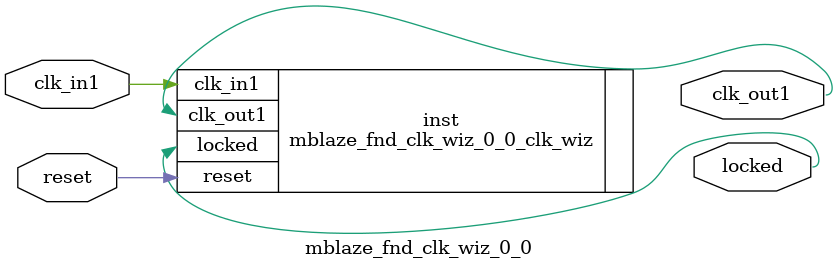
<source format=v>


`timescale 1ps/1ps

(* CORE_GENERATION_INFO = "mblaze_fnd_clk_wiz_0_0,clk_wiz_v6_0_4_0_0,{component_name=mblaze_fnd_clk_wiz_0_0,use_phase_alignment=true,use_min_o_jitter=false,use_max_i_jitter=false,use_dyn_phase_shift=false,use_inclk_switchover=false,use_dyn_reconfig=false,enable_axi=0,feedback_source=FDBK_AUTO,PRIMITIVE=MMCM,num_out_clk=1,clkin1_period=10.000,clkin2_period=10.000,use_power_down=false,use_reset=true,use_locked=true,use_inclk_stopped=false,feedback_type=SINGLE,CLOCK_MGR_TYPE=NA,manual_override=false}" *)

module mblaze_fnd_clk_wiz_0_0 
 (
  // Clock out ports
  output        clk_out1,
  // Status and control signals
  input         reset,
  output        locked,
 // Clock in ports
  input         clk_in1
 );

  mblaze_fnd_clk_wiz_0_0_clk_wiz inst
  (
  // Clock out ports  
  .clk_out1(clk_out1),
  // Status and control signals               
  .reset(reset), 
  .locked(locked),
 // Clock in ports
  .clk_in1(clk_in1)
  );

endmodule

</source>
